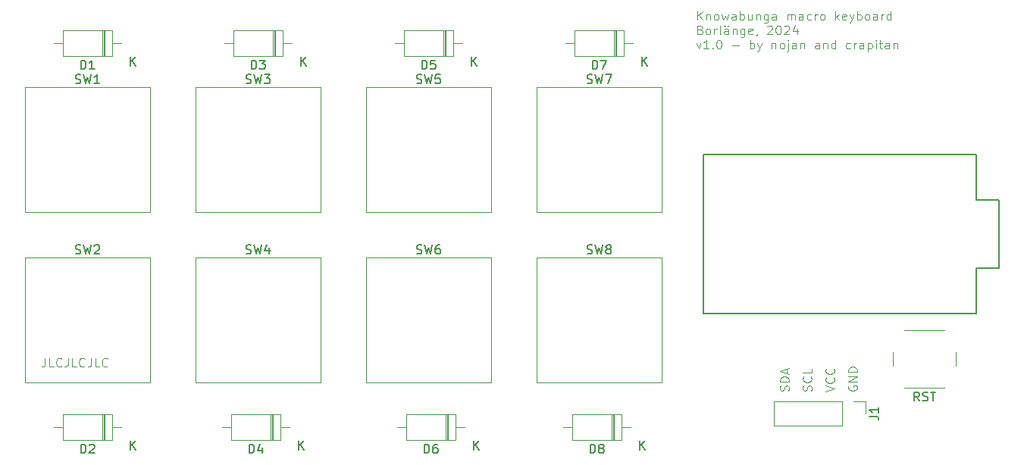
<source format=gbr>
%TF.GenerationSoftware,KiCad,Pcbnew,8.0.5*%
%TF.CreationDate,2024-10-03T21:29:31+02:00*%
%TF.ProjectId,knowabunga-macro,6b6e6f77-6162-4756-9e67-612d6d616372,rev?*%
%TF.SameCoordinates,Original*%
%TF.FileFunction,Legend,Top*%
%TF.FilePolarity,Positive*%
%FSLAX46Y46*%
G04 Gerber Fmt 4.6, Leading zero omitted, Abs format (unit mm)*
G04 Created by KiCad (PCBNEW 8.0.5) date 2024-10-03 21:29:31*
%MOMM*%
%LPD*%
G01*
G04 APERTURE LIST*
%ADD10C,0.100000*%
%ADD11C,0.150000*%
%ADD12C,0.120000*%
G04 APERTURE END LIST*
D10*
X73233598Y-83454419D02*
X73233598Y-84168704D01*
X73233598Y-84168704D02*
X73185979Y-84311561D01*
X73185979Y-84311561D02*
X73090741Y-84406800D01*
X73090741Y-84406800D02*
X72947884Y-84454419D01*
X72947884Y-84454419D02*
X72852646Y-84454419D01*
X74185979Y-84454419D02*
X73709789Y-84454419D01*
X73709789Y-84454419D02*
X73709789Y-83454419D01*
X75090741Y-84359180D02*
X75043122Y-84406800D01*
X75043122Y-84406800D02*
X74900265Y-84454419D01*
X74900265Y-84454419D02*
X74805027Y-84454419D01*
X74805027Y-84454419D02*
X74662170Y-84406800D01*
X74662170Y-84406800D02*
X74566932Y-84311561D01*
X74566932Y-84311561D02*
X74519313Y-84216323D01*
X74519313Y-84216323D02*
X74471694Y-84025847D01*
X74471694Y-84025847D02*
X74471694Y-83882990D01*
X74471694Y-83882990D02*
X74519313Y-83692514D01*
X74519313Y-83692514D02*
X74566932Y-83597276D01*
X74566932Y-83597276D02*
X74662170Y-83502038D01*
X74662170Y-83502038D02*
X74805027Y-83454419D01*
X74805027Y-83454419D02*
X74900265Y-83454419D01*
X74900265Y-83454419D02*
X75043122Y-83502038D01*
X75043122Y-83502038D02*
X75090741Y-83549657D01*
X75805027Y-83454419D02*
X75805027Y-84168704D01*
X75805027Y-84168704D02*
X75757408Y-84311561D01*
X75757408Y-84311561D02*
X75662170Y-84406800D01*
X75662170Y-84406800D02*
X75519313Y-84454419D01*
X75519313Y-84454419D02*
X75424075Y-84454419D01*
X76757408Y-84454419D02*
X76281218Y-84454419D01*
X76281218Y-84454419D02*
X76281218Y-83454419D01*
X77662170Y-84359180D02*
X77614551Y-84406800D01*
X77614551Y-84406800D02*
X77471694Y-84454419D01*
X77471694Y-84454419D02*
X77376456Y-84454419D01*
X77376456Y-84454419D02*
X77233599Y-84406800D01*
X77233599Y-84406800D02*
X77138361Y-84311561D01*
X77138361Y-84311561D02*
X77090742Y-84216323D01*
X77090742Y-84216323D02*
X77043123Y-84025847D01*
X77043123Y-84025847D02*
X77043123Y-83882990D01*
X77043123Y-83882990D02*
X77090742Y-83692514D01*
X77090742Y-83692514D02*
X77138361Y-83597276D01*
X77138361Y-83597276D02*
X77233599Y-83502038D01*
X77233599Y-83502038D02*
X77376456Y-83454419D01*
X77376456Y-83454419D02*
X77471694Y-83454419D01*
X77471694Y-83454419D02*
X77614551Y-83502038D01*
X77614551Y-83502038D02*
X77662170Y-83549657D01*
X78376456Y-83454419D02*
X78376456Y-84168704D01*
X78376456Y-84168704D02*
X78328837Y-84311561D01*
X78328837Y-84311561D02*
X78233599Y-84406800D01*
X78233599Y-84406800D02*
X78090742Y-84454419D01*
X78090742Y-84454419D02*
X77995504Y-84454419D01*
X79328837Y-84454419D02*
X78852647Y-84454419D01*
X78852647Y-84454419D02*
X78852647Y-83454419D01*
X80233599Y-84359180D02*
X80185980Y-84406800D01*
X80185980Y-84406800D02*
X80043123Y-84454419D01*
X80043123Y-84454419D02*
X79947885Y-84454419D01*
X79947885Y-84454419D02*
X79805028Y-84406800D01*
X79805028Y-84406800D02*
X79709790Y-84311561D01*
X79709790Y-84311561D02*
X79662171Y-84216323D01*
X79662171Y-84216323D02*
X79614552Y-84025847D01*
X79614552Y-84025847D02*
X79614552Y-83882990D01*
X79614552Y-83882990D02*
X79662171Y-83692514D01*
X79662171Y-83692514D02*
X79709790Y-83597276D01*
X79709790Y-83597276D02*
X79805028Y-83502038D01*
X79805028Y-83502038D02*
X79947885Y-83454419D01*
X79947885Y-83454419D02*
X80043123Y-83454419D01*
X80043123Y-83454419D02*
X80185980Y-83502038D01*
X80185980Y-83502038D02*
X80233599Y-83549657D01*
X146099884Y-45674531D02*
X146099884Y-44674531D01*
X146671312Y-45674531D02*
X146242741Y-45103102D01*
X146671312Y-44674531D02*
X146099884Y-45245959D01*
X147099884Y-45007864D02*
X147099884Y-45674531D01*
X147099884Y-45103102D02*
X147147503Y-45055483D01*
X147147503Y-45055483D02*
X147242741Y-45007864D01*
X147242741Y-45007864D02*
X147385598Y-45007864D01*
X147385598Y-45007864D02*
X147480836Y-45055483D01*
X147480836Y-45055483D02*
X147528455Y-45150721D01*
X147528455Y-45150721D02*
X147528455Y-45674531D01*
X148147503Y-45674531D02*
X148052265Y-45626912D01*
X148052265Y-45626912D02*
X148004646Y-45579292D01*
X148004646Y-45579292D02*
X147957027Y-45484054D01*
X147957027Y-45484054D02*
X147957027Y-45198340D01*
X147957027Y-45198340D02*
X148004646Y-45103102D01*
X148004646Y-45103102D02*
X148052265Y-45055483D01*
X148052265Y-45055483D02*
X148147503Y-45007864D01*
X148147503Y-45007864D02*
X148290360Y-45007864D01*
X148290360Y-45007864D02*
X148385598Y-45055483D01*
X148385598Y-45055483D02*
X148433217Y-45103102D01*
X148433217Y-45103102D02*
X148480836Y-45198340D01*
X148480836Y-45198340D02*
X148480836Y-45484054D01*
X148480836Y-45484054D02*
X148433217Y-45579292D01*
X148433217Y-45579292D02*
X148385598Y-45626912D01*
X148385598Y-45626912D02*
X148290360Y-45674531D01*
X148290360Y-45674531D02*
X148147503Y-45674531D01*
X148814170Y-45007864D02*
X149004646Y-45674531D01*
X149004646Y-45674531D02*
X149195122Y-45198340D01*
X149195122Y-45198340D02*
X149385598Y-45674531D01*
X149385598Y-45674531D02*
X149576074Y-45007864D01*
X150385598Y-45674531D02*
X150385598Y-45150721D01*
X150385598Y-45150721D02*
X150337979Y-45055483D01*
X150337979Y-45055483D02*
X150242741Y-45007864D01*
X150242741Y-45007864D02*
X150052265Y-45007864D01*
X150052265Y-45007864D02*
X149957027Y-45055483D01*
X150385598Y-45626912D02*
X150290360Y-45674531D01*
X150290360Y-45674531D02*
X150052265Y-45674531D01*
X150052265Y-45674531D02*
X149957027Y-45626912D01*
X149957027Y-45626912D02*
X149909408Y-45531673D01*
X149909408Y-45531673D02*
X149909408Y-45436435D01*
X149909408Y-45436435D02*
X149957027Y-45341197D01*
X149957027Y-45341197D02*
X150052265Y-45293578D01*
X150052265Y-45293578D02*
X150290360Y-45293578D01*
X150290360Y-45293578D02*
X150385598Y-45245959D01*
X150861789Y-45674531D02*
X150861789Y-44674531D01*
X150861789Y-45055483D02*
X150957027Y-45007864D01*
X150957027Y-45007864D02*
X151147503Y-45007864D01*
X151147503Y-45007864D02*
X151242741Y-45055483D01*
X151242741Y-45055483D02*
X151290360Y-45103102D01*
X151290360Y-45103102D02*
X151337979Y-45198340D01*
X151337979Y-45198340D02*
X151337979Y-45484054D01*
X151337979Y-45484054D02*
X151290360Y-45579292D01*
X151290360Y-45579292D02*
X151242741Y-45626912D01*
X151242741Y-45626912D02*
X151147503Y-45674531D01*
X151147503Y-45674531D02*
X150957027Y-45674531D01*
X150957027Y-45674531D02*
X150861789Y-45626912D01*
X152195122Y-45007864D02*
X152195122Y-45674531D01*
X151766551Y-45007864D02*
X151766551Y-45531673D01*
X151766551Y-45531673D02*
X151814170Y-45626912D01*
X151814170Y-45626912D02*
X151909408Y-45674531D01*
X151909408Y-45674531D02*
X152052265Y-45674531D01*
X152052265Y-45674531D02*
X152147503Y-45626912D01*
X152147503Y-45626912D02*
X152195122Y-45579292D01*
X152671313Y-45007864D02*
X152671313Y-45674531D01*
X152671313Y-45103102D02*
X152718932Y-45055483D01*
X152718932Y-45055483D02*
X152814170Y-45007864D01*
X152814170Y-45007864D02*
X152957027Y-45007864D01*
X152957027Y-45007864D02*
X153052265Y-45055483D01*
X153052265Y-45055483D02*
X153099884Y-45150721D01*
X153099884Y-45150721D02*
X153099884Y-45674531D01*
X154004646Y-45007864D02*
X154004646Y-45817388D01*
X154004646Y-45817388D02*
X153957027Y-45912626D01*
X153957027Y-45912626D02*
X153909408Y-45960245D01*
X153909408Y-45960245D02*
X153814170Y-46007864D01*
X153814170Y-46007864D02*
X153671313Y-46007864D01*
X153671313Y-46007864D02*
X153576075Y-45960245D01*
X154004646Y-45626912D02*
X153909408Y-45674531D01*
X153909408Y-45674531D02*
X153718932Y-45674531D01*
X153718932Y-45674531D02*
X153623694Y-45626912D01*
X153623694Y-45626912D02*
X153576075Y-45579292D01*
X153576075Y-45579292D02*
X153528456Y-45484054D01*
X153528456Y-45484054D02*
X153528456Y-45198340D01*
X153528456Y-45198340D02*
X153576075Y-45103102D01*
X153576075Y-45103102D02*
X153623694Y-45055483D01*
X153623694Y-45055483D02*
X153718932Y-45007864D01*
X153718932Y-45007864D02*
X153909408Y-45007864D01*
X153909408Y-45007864D02*
X154004646Y-45055483D01*
X154909408Y-45674531D02*
X154909408Y-45150721D01*
X154909408Y-45150721D02*
X154861789Y-45055483D01*
X154861789Y-45055483D02*
X154766551Y-45007864D01*
X154766551Y-45007864D02*
X154576075Y-45007864D01*
X154576075Y-45007864D02*
X154480837Y-45055483D01*
X154909408Y-45626912D02*
X154814170Y-45674531D01*
X154814170Y-45674531D02*
X154576075Y-45674531D01*
X154576075Y-45674531D02*
X154480837Y-45626912D01*
X154480837Y-45626912D02*
X154433218Y-45531673D01*
X154433218Y-45531673D02*
X154433218Y-45436435D01*
X154433218Y-45436435D02*
X154480837Y-45341197D01*
X154480837Y-45341197D02*
X154576075Y-45293578D01*
X154576075Y-45293578D02*
X154814170Y-45293578D01*
X154814170Y-45293578D02*
X154909408Y-45245959D01*
X156147504Y-45674531D02*
X156147504Y-45007864D01*
X156147504Y-45103102D02*
X156195123Y-45055483D01*
X156195123Y-45055483D02*
X156290361Y-45007864D01*
X156290361Y-45007864D02*
X156433218Y-45007864D01*
X156433218Y-45007864D02*
X156528456Y-45055483D01*
X156528456Y-45055483D02*
X156576075Y-45150721D01*
X156576075Y-45150721D02*
X156576075Y-45674531D01*
X156576075Y-45150721D02*
X156623694Y-45055483D01*
X156623694Y-45055483D02*
X156718932Y-45007864D01*
X156718932Y-45007864D02*
X156861789Y-45007864D01*
X156861789Y-45007864D02*
X156957028Y-45055483D01*
X156957028Y-45055483D02*
X157004647Y-45150721D01*
X157004647Y-45150721D02*
X157004647Y-45674531D01*
X157909408Y-45674531D02*
X157909408Y-45150721D01*
X157909408Y-45150721D02*
X157861789Y-45055483D01*
X157861789Y-45055483D02*
X157766551Y-45007864D01*
X157766551Y-45007864D02*
X157576075Y-45007864D01*
X157576075Y-45007864D02*
X157480837Y-45055483D01*
X157909408Y-45626912D02*
X157814170Y-45674531D01*
X157814170Y-45674531D02*
X157576075Y-45674531D01*
X157576075Y-45674531D02*
X157480837Y-45626912D01*
X157480837Y-45626912D02*
X157433218Y-45531673D01*
X157433218Y-45531673D02*
X157433218Y-45436435D01*
X157433218Y-45436435D02*
X157480837Y-45341197D01*
X157480837Y-45341197D02*
X157576075Y-45293578D01*
X157576075Y-45293578D02*
X157814170Y-45293578D01*
X157814170Y-45293578D02*
X157909408Y-45245959D01*
X158814170Y-45626912D02*
X158718932Y-45674531D01*
X158718932Y-45674531D02*
X158528456Y-45674531D01*
X158528456Y-45674531D02*
X158433218Y-45626912D01*
X158433218Y-45626912D02*
X158385599Y-45579292D01*
X158385599Y-45579292D02*
X158337980Y-45484054D01*
X158337980Y-45484054D02*
X158337980Y-45198340D01*
X158337980Y-45198340D02*
X158385599Y-45103102D01*
X158385599Y-45103102D02*
X158433218Y-45055483D01*
X158433218Y-45055483D02*
X158528456Y-45007864D01*
X158528456Y-45007864D02*
X158718932Y-45007864D01*
X158718932Y-45007864D02*
X158814170Y-45055483D01*
X159242742Y-45674531D02*
X159242742Y-45007864D01*
X159242742Y-45198340D02*
X159290361Y-45103102D01*
X159290361Y-45103102D02*
X159337980Y-45055483D01*
X159337980Y-45055483D02*
X159433218Y-45007864D01*
X159433218Y-45007864D02*
X159528456Y-45007864D01*
X160004647Y-45674531D02*
X159909409Y-45626912D01*
X159909409Y-45626912D02*
X159861790Y-45579292D01*
X159861790Y-45579292D02*
X159814171Y-45484054D01*
X159814171Y-45484054D02*
X159814171Y-45198340D01*
X159814171Y-45198340D02*
X159861790Y-45103102D01*
X159861790Y-45103102D02*
X159909409Y-45055483D01*
X159909409Y-45055483D02*
X160004647Y-45007864D01*
X160004647Y-45007864D02*
X160147504Y-45007864D01*
X160147504Y-45007864D02*
X160242742Y-45055483D01*
X160242742Y-45055483D02*
X160290361Y-45103102D01*
X160290361Y-45103102D02*
X160337980Y-45198340D01*
X160337980Y-45198340D02*
X160337980Y-45484054D01*
X160337980Y-45484054D02*
X160290361Y-45579292D01*
X160290361Y-45579292D02*
X160242742Y-45626912D01*
X160242742Y-45626912D02*
X160147504Y-45674531D01*
X160147504Y-45674531D02*
X160004647Y-45674531D01*
X161528457Y-45674531D02*
X161528457Y-44674531D01*
X161623695Y-45293578D02*
X161909409Y-45674531D01*
X161909409Y-45007864D02*
X161528457Y-45388816D01*
X162718933Y-45626912D02*
X162623695Y-45674531D01*
X162623695Y-45674531D02*
X162433219Y-45674531D01*
X162433219Y-45674531D02*
X162337981Y-45626912D01*
X162337981Y-45626912D02*
X162290362Y-45531673D01*
X162290362Y-45531673D02*
X162290362Y-45150721D01*
X162290362Y-45150721D02*
X162337981Y-45055483D01*
X162337981Y-45055483D02*
X162433219Y-45007864D01*
X162433219Y-45007864D02*
X162623695Y-45007864D01*
X162623695Y-45007864D02*
X162718933Y-45055483D01*
X162718933Y-45055483D02*
X162766552Y-45150721D01*
X162766552Y-45150721D02*
X162766552Y-45245959D01*
X162766552Y-45245959D02*
X162290362Y-45341197D01*
X163099886Y-45007864D02*
X163337981Y-45674531D01*
X163576076Y-45007864D02*
X163337981Y-45674531D01*
X163337981Y-45674531D02*
X163242743Y-45912626D01*
X163242743Y-45912626D02*
X163195124Y-45960245D01*
X163195124Y-45960245D02*
X163099886Y-46007864D01*
X163957029Y-45674531D02*
X163957029Y-44674531D01*
X163957029Y-45055483D02*
X164052267Y-45007864D01*
X164052267Y-45007864D02*
X164242743Y-45007864D01*
X164242743Y-45007864D02*
X164337981Y-45055483D01*
X164337981Y-45055483D02*
X164385600Y-45103102D01*
X164385600Y-45103102D02*
X164433219Y-45198340D01*
X164433219Y-45198340D02*
X164433219Y-45484054D01*
X164433219Y-45484054D02*
X164385600Y-45579292D01*
X164385600Y-45579292D02*
X164337981Y-45626912D01*
X164337981Y-45626912D02*
X164242743Y-45674531D01*
X164242743Y-45674531D02*
X164052267Y-45674531D01*
X164052267Y-45674531D02*
X163957029Y-45626912D01*
X165004648Y-45674531D02*
X164909410Y-45626912D01*
X164909410Y-45626912D02*
X164861791Y-45579292D01*
X164861791Y-45579292D02*
X164814172Y-45484054D01*
X164814172Y-45484054D02*
X164814172Y-45198340D01*
X164814172Y-45198340D02*
X164861791Y-45103102D01*
X164861791Y-45103102D02*
X164909410Y-45055483D01*
X164909410Y-45055483D02*
X165004648Y-45007864D01*
X165004648Y-45007864D02*
X165147505Y-45007864D01*
X165147505Y-45007864D02*
X165242743Y-45055483D01*
X165242743Y-45055483D02*
X165290362Y-45103102D01*
X165290362Y-45103102D02*
X165337981Y-45198340D01*
X165337981Y-45198340D02*
X165337981Y-45484054D01*
X165337981Y-45484054D02*
X165290362Y-45579292D01*
X165290362Y-45579292D02*
X165242743Y-45626912D01*
X165242743Y-45626912D02*
X165147505Y-45674531D01*
X165147505Y-45674531D02*
X165004648Y-45674531D01*
X166195124Y-45674531D02*
X166195124Y-45150721D01*
X166195124Y-45150721D02*
X166147505Y-45055483D01*
X166147505Y-45055483D02*
X166052267Y-45007864D01*
X166052267Y-45007864D02*
X165861791Y-45007864D01*
X165861791Y-45007864D02*
X165766553Y-45055483D01*
X166195124Y-45626912D02*
X166099886Y-45674531D01*
X166099886Y-45674531D02*
X165861791Y-45674531D01*
X165861791Y-45674531D02*
X165766553Y-45626912D01*
X165766553Y-45626912D02*
X165718934Y-45531673D01*
X165718934Y-45531673D02*
X165718934Y-45436435D01*
X165718934Y-45436435D02*
X165766553Y-45341197D01*
X165766553Y-45341197D02*
X165861791Y-45293578D01*
X165861791Y-45293578D02*
X166099886Y-45293578D01*
X166099886Y-45293578D02*
X166195124Y-45245959D01*
X166671315Y-45674531D02*
X166671315Y-45007864D01*
X166671315Y-45198340D02*
X166718934Y-45103102D01*
X166718934Y-45103102D02*
X166766553Y-45055483D01*
X166766553Y-45055483D02*
X166861791Y-45007864D01*
X166861791Y-45007864D02*
X166957029Y-45007864D01*
X167718934Y-45674531D02*
X167718934Y-44674531D01*
X167718934Y-45626912D02*
X167623696Y-45674531D01*
X167623696Y-45674531D02*
X167433220Y-45674531D01*
X167433220Y-45674531D02*
X167337982Y-45626912D01*
X167337982Y-45626912D02*
X167290363Y-45579292D01*
X167290363Y-45579292D02*
X167242744Y-45484054D01*
X167242744Y-45484054D02*
X167242744Y-45198340D01*
X167242744Y-45198340D02*
X167290363Y-45103102D01*
X167290363Y-45103102D02*
X167337982Y-45055483D01*
X167337982Y-45055483D02*
X167433220Y-45007864D01*
X167433220Y-45007864D02*
X167623696Y-45007864D01*
X167623696Y-45007864D02*
X167718934Y-45055483D01*
X146433217Y-46760665D02*
X146576074Y-46808284D01*
X146576074Y-46808284D02*
X146623693Y-46855903D01*
X146623693Y-46855903D02*
X146671312Y-46951141D01*
X146671312Y-46951141D02*
X146671312Y-47093998D01*
X146671312Y-47093998D02*
X146623693Y-47189236D01*
X146623693Y-47189236D02*
X146576074Y-47236856D01*
X146576074Y-47236856D02*
X146480836Y-47284475D01*
X146480836Y-47284475D02*
X146099884Y-47284475D01*
X146099884Y-47284475D02*
X146099884Y-46284475D01*
X146099884Y-46284475D02*
X146433217Y-46284475D01*
X146433217Y-46284475D02*
X146528455Y-46332094D01*
X146528455Y-46332094D02*
X146576074Y-46379713D01*
X146576074Y-46379713D02*
X146623693Y-46474951D01*
X146623693Y-46474951D02*
X146623693Y-46570189D01*
X146623693Y-46570189D02*
X146576074Y-46665427D01*
X146576074Y-46665427D02*
X146528455Y-46713046D01*
X146528455Y-46713046D02*
X146433217Y-46760665D01*
X146433217Y-46760665D02*
X146099884Y-46760665D01*
X147242741Y-47284475D02*
X147147503Y-47236856D01*
X147147503Y-47236856D02*
X147099884Y-47189236D01*
X147099884Y-47189236D02*
X147052265Y-47093998D01*
X147052265Y-47093998D02*
X147052265Y-46808284D01*
X147052265Y-46808284D02*
X147099884Y-46713046D01*
X147099884Y-46713046D02*
X147147503Y-46665427D01*
X147147503Y-46665427D02*
X147242741Y-46617808D01*
X147242741Y-46617808D02*
X147385598Y-46617808D01*
X147385598Y-46617808D02*
X147480836Y-46665427D01*
X147480836Y-46665427D02*
X147528455Y-46713046D01*
X147528455Y-46713046D02*
X147576074Y-46808284D01*
X147576074Y-46808284D02*
X147576074Y-47093998D01*
X147576074Y-47093998D02*
X147528455Y-47189236D01*
X147528455Y-47189236D02*
X147480836Y-47236856D01*
X147480836Y-47236856D02*
X147385598Y-47284475D01*
X147385598Y-47284475D02*
X147242741Y-47284475D01*
X148004646Y-47284475D02*
X148004646Y-46617808D01*
X148004646Y-46808284D02*
X148052265Y-46713046D01*
X148052265Y-46713046D02*
X148099884Y-46665427D01*
X148099884Y-46665427D02*
X148195122Y-46617808D01*
X148195122Y-46617808D02*
X148290360Y-46617808D01*
X148766551Y-47284475D02*
X148671313Y-47236856D01*
X148671313Y-47236856D02*
X148623694Y-47141617D01*
X148623694Y-47141617D02*
X148623694Y-46284475D01*
X149576075Y-47284475D02*
X149576075Y-46760665D01*
X149576075Y-46760665D02*
X149528456Y-46665427D01*
X149528456Y-46665427D02*
X149433218Y-46617808D01*
X149433218Y-46617808D02*
X149242742Y-46617808D01*
X149242742Y-46617808D02*
X149147504Y-46665427D01*
X149576075Y-47236856D02*
X149480837Y-47284475D01*
X149480837Y-47284475D02*
X149242742Y-47284475D01*
X149242742Y-47284475D02*
X149147504Y-47236856D01*
X149147504Y-47236856D02*
X149099885Y-47141617D01*
X149099885Y-47141617D02*
X149099885Y-47046379D01*
X149099885Y-47046379D02*
X149147504Y-46951141D01*
X149147504Y-46951141D02*
X149242742Y-46903522D01*
X149242742Y-46903522D02*
X149480837Y-46903522D01*
X149480837Y-46903522D02*
X149576075Y-46855903D01*
X149147504Y-46284475D02*
X149195123Y-46332094D01*
X149195123Y-46332094D02*
X149147504Y-46379713D01*
X149147504Y-46379713D02*
X149099885Y-46332094D01*
X149099885Y-46332094D02*
X149147504Y-46284475D01*
X149147504Y-46284475D02*
X149147504Y-46379713D01*
X149528456Y-46284475D02*
X149576075Y-46332094D01*
X149576075Y-46332094D02*
X149528456Y-46379713D01*
X149528456Y-46379713D02*
X149480837Y-46332094D01*
X149480837Y-46332094D02*
X149528456Y-46284475D01*
X149528456Y-46284475D02*
X149528456Y-46379713D01*
X150052266Y-46617808D02*
X150052266Y-47284475D01*
X150052266Y-46713046D02*
X150099885Y-46665427D01*
X150099885Y-46665427D02*
X150195123Y-46617808D01*
X150195123Y-46617808D02*
X150337980Y-46617808D01*
X150337980Y-46617808D02*
X150433218Y-46665427D01*
X150433218Y-46665427D02*
X150480837Y-46760665D01*
X150480837Y-46760665D02*
X150480837Y-47284475D01*
X151385599Y-46617808D02*
X151385599Y-47427332D01*
X151385599Y-47427332D02*
X151337980Y-47522570D01*
X151337980Y-47522570D02*
X151290361Y-47570189D01*
X151290361Y-47570189D02*
X151195123Y-47617808D01*
X151195123Y-47617808D02*
X151052266Y-47617808D01*
X151052266Y-47617808D02*
X150957028Y-47570189D01*
X151385599Y-47236856D02*
X151290361Y-47284475D01*
X151290361Y-47284475D02*
X151099885Y-47284475D01*
X151099885Y-47284475D02*
X151004647Y-47236856D01*
X151004647Y-47236856D02*
X150957028Y-47189236D01*
X150957028Y-47189236D02*
X150909409Y-47093998D01*
X150909409Y-47093998D02*
X150909409Y-46808284D01*
X150909409Y-46808284D02*
X150957028Y-46713046D01*
X150957028Y-46713046D02*
X151004647Y-46665427D01*
X151004647Y-46665427D02*
X151099885Y-46617808D01*
X151099885Y-46617808D02*
X151290361Y-46617808D01*
X151290361Y-46617808D02*
X151385599Y-46665427D01*
X152242742Y-47236856D02*
X152147504Y-47284475D01*
X152147504Y-47284475D02*
X151957028Y-47284475D01*
X151957028Y-47284475D02*
X151861790Y-47236856D01*
X151861790Y-47236856D02*
X151814171Y-47141617D01*
X151814171Y-47141617D02*
X151814171Y-46760665D01*
X151814171Y-46760665D02*
X151861790Y-46665427D01*
X151861790Y-46665427D02*
X151957028Y-46617808D01*
X151957028Y-46617808D02*
X152147504Y-46617808D01*
X152147504Y-46617808D02*
X152242742Y-46665427D01*
X152242742Y-46665427D02*
X152290361Y-46760665D01*
X152290361Y-46760665D02*
X152290361Y-46855903D01*
X152290361Y-46855903D02*
X151814171Y-46951141D01*
X152766552Y-47236856D02*
X152766552Y-47284475D01*
X152766552Y-47284475D02*
X152718933Y-47379713D01*
X152718933Y-47379713D02*
X152671314Y-47427332D01*
X153909409Y-46379713D02*
X153957028Y-46332094D01*
X153957028Y-46332094D02*
X154052266Y-46284475D01*
X154052266Y-46284475D02*
X154290361Y-46284475D01*
X154290361Y-46284475D02*
X154385599Y-46332094D01*
X154385599Y-46332094D02*
X154433218Y-46379713D01*
X154433218Y-46379713D02*
X154480837Y-46474951D01*
X154480837Y-46474951D02*
X154480837Y-46570189D01*
X154480837Y-46570189D02*
X154433218Y-46713046D01*
X154433218Y-46713046D02*
X153861790Y-47284475D01*
X153861790Y-47284475D02*
X154480837Y-47284475D01*
X155099885Y-46284475D02*
X155195123Y-46284475D01*
X155195123Y-46284475D02*
X155290361Y-46332094D01*
X155290361Y-46332094D02*
X155337980Y-46379713D01*
X155337980Y-46379713D02*
X155385599Y-46474951D01*
X155385599Y-46474951D02*
X155433218Y-46665427D01*
X155433218Y-46665427D02*
X155433218Y-46903522D01*
X155433218Y-46903522D02*
X155385599Y-47093998D01*
X155385599Y-47093998D02*
X155337980Y-47189236D01*
X155337980Y-47189236D02*
X155290361Y-47236856D01*
X155290361Y-47236856D02*
X155195123Y-47284475D01*
X155195123Y-47284475D02*
X155099885Y-47284475D01*
X155099885Y-47284475D02*
X155004647Y-47236856D01*
X155004647Y-47236856D02*
X154957028Y-47189236D01*
X154957028Y-47189236D02*
X154909409Y-47093998D01*
X154909409Y-47093998D02*
X154861790Y-46903522D01*
X154861790Y-46903522D02*
X154861790Y-46665427D01*
X154861790Y-46665427D02*
X154909409Y-46474951D01*
X154909409Y-46474951D02*
X154957028Y-46379713D01*
X154957028Y-46379713D02*
X155004647Y-46332094D01*
X155004647Y-46332094D02*
X155099885Y-46284475D01*
X155814171Y-46379713D02*
X155861790Y-46332094D01*
X155861790Y-46332094D02*
X155957028Y-46284475D01*
X155957028Y-46284475D02*
X156195123Y-46284475D01*
X156195123Y-46284475D02*
X156290361Y-46332094D01*
X156290361Y-46332094D02*
X156337980Y-46379713D01*
X156337980Y-46379713D02*
X156385599Y-46474951D01*
X156385599Y-46474951D02*
X156385599Y-46570189D01*
X156385599Y-46570189D02*
X156337980Y-46713046D01*
X156337980Y-46713046D02*
X155766552Y-47284475D01*
X155766552Y-47284475D02*
X156385599Y-47284475D01*
X157242742Y-46617808D02*
X157242742Y-47284475D01*
X157004647Y-46236856D02*
X156766552Y-46951141D01*
X156766552Y-46951141D02*
X157385599Y-46951141D01*
X146004646Y-48227752D02*
X146242741Y-48894419D01*
X146242741Y-48894419D02*
X146480836Y-48227752D01*
X147385598Y-48894419D02*
X146814170Y-48894419D01*
X147099884Y-48894419D02*
X147099884Y-47894419D01*
X147099884Y-47894419D02*
X147004646Y-48037276D01*
X147004646Y-48037276D02*
X146909408Y-48132514D01*
X146909408Y-48132514D02*
X146814170Y-48180133D01*
X147814170Y-48799180D02*
X147861789Y-48846800D01*
X147861789Y-48846800D02*
X147814170Y-48894419D01*
X147814170Y-48894419D02*
X147766551Y-48846800D01*
X147766551Y-48846800D02*
X147814170Y-48799180D01*
X147814170Y-48799180D02*
X147814170Y-48894419D01*
X148480836Y-47894419D02*
X148576074Y-47894419D01*
X148576074Y-47894419D02*
X148671312Y-47942038D01*
X148671312Y-47942038D02*
X148718931Y-47989657D01*
X148718931Y-47989657D02*
X148766550Y-48084895D01*
X148766550Y-48084895D02*
X148814169Y-48275371D01*
X148814169Y-48275371D02*
X148814169Y-48513466D01*
X148814169Y-48513466D02*
X148766550Y-48703942D01*
X148766550Y-48703942D02*
X148718931Y-48799180D01*
X148718931Y-48799180D02*
X148671312Y-48846800D01*
X148671312Y-48846800D02*
X148576074Y-48894419D01*
X148576074Y-48894419D02*
X148480836Y-48894419D01*
X148480836Y-48894419D02*
X148385598Y-48846800D01*
X148385598Y-48846800D02*
X148337979Y-48799180D01*
X148337979Y-48799180D02*
X148290360Y-48703942D01*
X148290360Y-48703942D02*
X148242741Y-48513466D01*
X148242741Y-48513466D02*
X148242741Y-48275371D01*
X148242741Y-48275371D02*
X148290360Y-48084895D01*
X148290360Y-48084895D02*
X148337979Y-47989657D01*
X148337979Y-47989657D02*
X148385598Y-47942038D01*
X148385598Y-47942038D02*
X148480836Y-47894419D01*
X150004646Y-48513466D02*
X150766551Y-48513466D01*
X152004646Y-48894419D02*
X152004646Y-47894419D01*
X152004646Y-48275371D02*
X152099884Y-48227752D01*
X152099884Y-48227752D02*
X152290360Y-48227752D01*
X152290360Y-48227752D02*
X152385598Y-48275371D01*
X152385598Y-48275371D02*
X152433217Y-48322990D01*
X152433217Y-48322990D02*
X152480836Y-48418228D01*
X152480836Y-48418228D02*
X152480836Y-48703942D01*
X152480836Y-48703942D02*
X152433217Y-48799180D01*
X152433217Y-48799180D02*
X152385598Y-48846800D01*
X152385598Y-48846800D02*
X152290360Y-48894419D01*
X152290360Y-48894419D02*
X152099884Y-48894419D01*
X152099884Y-48894419D02*
X152004646Y-48846800D01*
X152814170Y-48227752D02*
X153052265Y-48894419D01*
X153290360Y-48227752D02*
X153052265Y-48894419D01*
X153052265Y-48894419D02*
X152957027Y-49132514D01*
X152957027Y-49132514D02*
X152909408Y-49180133D01*
X152909408Y-49180133D02*
X152814170Y-49227752D01*
X154433218Y-48227752D02*
X154433218Y-48894419D01*
X154433218Y-48322990D02*
X154480837Y-48275371D01*
X154480837Y-48275371D02*
X154576075Y-48227752D01*
X154576075Y-48227752D02*
X154718932Y-48227752D01*
X154718932Y-48227752D02*
X154814170Y-48275371D01*
X154814170Y-48275371D02*
X154861789Y-48370609D01*
X154861789Y-48370609D02*
X154861789Y-48894419D01*
X155480837Y-48894419D02*
X155385599Y-48846800D01*
X155385599Y-48846800D02*
X155337980Y-48799180D01*
X155337980Y-48799180D02*
X155290361Y-48703942D01*
X155290361Y-48703942D02*
X155290361Y-48418228D01*
X155290361Y-48418228D02*
X155337980Y-48322990D01*
X155337980Y-48322990D02*
X155385599Y-48275371D01*
X155385599Y-48275371D02*
X155480837Y-48227752D01*
X155480837Y-48227752D02*
X155623694Y-48227752D01*
X155623694Y-48227752D02*
X155718932Y-48275371D01*
X155718932Y-48275371D02*
X155766551Y-48322990D01*
X155766551Y-48322990D02*
X155814170Y-48418228D01*
X155814170Y-48418228D02*
X155814170Y-48703942D01*
X155814170Y-48703942D02*
X155766551Y-48799180D01*
X155766551Y-48799180D02*
X155718932Y-48846800D01*
X155718932Y-48846800D02*
X155623694Y-48894419D01*
X155623694Y-48894419D02*
X155480837Y-48894419D01*
X156242742Y-48227752D02*
X156242742Y-49084895D01*
X156242742Y-49084895D02*
X156195123Y-49180133D01*
X156195123Y-49180133D02*
X156099885Y-49227752D01*
X156099885Y-49227752D02*
X156052266Y-49227752D01*
X156242742Y-47894419D02*
X156195123Y-47942038D01*
X156195123Y-47942038D02*
X156242742Y-47989657D01*
X156242742Y-47989657D02*
X156290361Y-47942038D01*
X156290361Y-47942038D02*
X156242742Y-47894419D01*
X156242742Y-47894419D02*
X156242742Y-47989657D01*
X157147503Y-48894419D02*
X157147503Y-48370609D01*
X157147503Y-48370609D02*
X157099884Y-48275371D01*
X157099884Y-48275371D02*
X157004646Y-48227752D01*
X157004646Y-48227752D02*
X156814170Y-48227752D01*
X156814170Y-48227752D02*
X156718932Y-48275371D01*
X157147503Y-48846800D02*
X157052265Y-48894419D01*
X157052265Y-48894419D02*
X156814170Y-48894419D01*
X156814170Y-48894419D02*
X156718932Y-48846800D01*
X156718932Y-48846800D02*
X156671313Y-48751561D01*
X156671313Y-48751561D02*
X156671313Y-48656323D01*
X156671313Y-48656323D02*
X156718932Y-48561085D01*
X156718932Y-48561085D02*
X156814170Y-48513466D01*
X156814170Y-48513466D02*
X157052265Y-48513466D01*
X157052265Y-48513466D02*
X157147503Y-48465847D01*
X157623694Y-48227752D02*
X157623694Y-48894419D01*
X157623694Y-48322990D02*
X157671313Y-48275371D01*
X157671313Y-48275371D02*
X157766551Y-48227752D01*
X157766551Y-48227752D02*
X157909408Y-48227752D01*
X157909408Y-48227752D02*
X158004646Y-48275371D01*
X158004646Y-48275371D02*
X158052265Y-48370609D01*
X158052265Y-48370609D02*
X158052265Y-48894419D01*
X159718932Y-48894419D02*
X159718932Y-48370609D01*
X159718932Y-48370609D02*
X159671313Y-48275371D01*
X159671313Y-48275371D02*
X159576075Y-48227752D01*
X159576075Y-48227752D02*
X159385599Y-48227752D01*
X159385599Y-48227752D02*
X159290361Y-48275371D01*
X159718932Y-48846800D02*
X159623694Y-48894419D01*
X159623694Y-48894419D02*
X159385599Y-48894419D01*
X159385599Y-48894419D02*
X159290361Y-48846800D01*
X159290361Y-48846800D02*
X159242742Y-48751561D01*
X159242742Y-48751561D02*
X159242742Y-48656323D01*
X159242742Y-48656323D02*
X159290361Y-48561085D01*
X159290361Y-48561085D02*
X159385599Y-48513466D01*
X159385599Y-48513466D02*
X159623694Y-48513466D01*
X159623694Y-48513466D02*
X159718932Y-48465847D01*
X160195123Y-48227752D02*
X160195123Y-48894419D01*
X160195123Y-48322990D02*
X160242742Y-48275371D01*
X160242742Y-48275371D02*
X160337980Y-48227752D01*
X160337980Y-48227752D02*
X160480837Y-48227752D01*
X160480837Y-48227752D02*
X160576075Y-48275371D01*
X160576075Y-48275371D02*
X160623694Y-48370609D01*
X160623694Y-48370609D02*
X160623694Y-48894419D01*
X161528456Y-48894419D02*
X161528456Y-47894419D01*
X161528456Y-48846800D02*
X161433218Y-48894419D01*
X161433218Y-48894419D02*
X161242742Y-48894419D01*
X161242742Y-48894419D02*
X161147504Y-48846800D01*
X161147504Y-48846800D02*
X161099885Y-48799180D01*
X161099885Y-48799180D02*
X161052266Y-48703942D01*
X161052266Y-48703942D02*
X161052266Y-48418228D01*
X161052266Y-48418228D02*
X161099885Y-48322990D01*
X161099885Y-48322990D02*
X161147504Y-48275371D01*
X161147504Y-48275371D02*
X161242742Y-48227752D01*
X161242742Y-48227752D02*
X161433218Y-48227752D01*
X161433218Y-48227752D02*
X161528456Y-48275371D01*
X163195123Y-48846800D02*
X163099885Y-48894419D01*
X163099885Y-48894419D02*
X162909409Y-48894419D01*
X162909409Y-48894419D02*
X162814171Y-48846800D01*
X162814171Y-48846800D02*
X162766552Y-48799180D01*
X162766552Y-48799180D02*
X162718933Y-48703942D01*
X162718933Y-48703942D02*
X162718933Y-48418228D01*
X162718933Y-48418228D02*
X162766552Y-48322990D01*
X162766552Y-48322990D02*
X162814171Y-48275371D01*
X162814171Y-48275371D02*
X162909409Y-48227752D01*
X162909409Y-48227752D02*
X163099885Y-48227752D01*
X163099885Y-48227752D02*
X163195123Y-48275371D01*
X163623695Y-48894419D02*
X163623695Y-48227752D01*
X163623695Y-48418228D02*
X163671314Y-48322990D01*
X163671314Y-48322990D02*
X163718933Y-48275371D01*
X163718933Y-48275371D02*
X163814171Y-48227752D01*
X163814171Y-48227752D02*
X163909409Y-48227752D01*
X164671314Y-48894419D02*
X164671314Y-48370609D01*
X164671314Y-48370609D02*
X164623695Y-48275371D01*
X164623695Y-48275371D02*
X164528457Y-48227752D01*
X164528457Y-48227752D02*
X164337981Y-48227752D01*
X164337981Y-48227752D02*
X164242743Y-48275371D01*
X164671314Y-48846800D02*
X164576076Y-48894419D01*
X164576076Y-48894419D02*
X164337981Y-48894419D01*
X164337981Y-48894419D02*
X164242743Y-48846800D01*
X164242743Y-48846800D02*
X164195124Y-48751561D01*
X164195124Y-48751561D02*
X164195124Y-48656323D01*
X164195124Y-48656323D02*
X164242743Y-48561085D01*
X164242743Y-48561085D02*
X164337981Y-48513466D01*
X164337981Y-48513466D02*
X164576076Y-48513466D01*
X164576076Y-48513466D02*
X164671314Y-48465847D01*
X165147505Y-48227752D02*
X165147505Y-49227752D01*
X165147505Y-48275371D02*
X165242743Y-48227752D01*
X165242743Y-48227752D02*
X165433219Y-48227752D01*
X165433219Y-48227752D02*
X165528457Y-48275371D01*
X165528457Y-48275371D02*
X165576076Y-48322990D01*
X165576076Y-48322990D02*
X165623695Y-48418228D01*
X165623695Y-48418228D02*
X165623695Y-48703942D01*
X165623695Y-48703942D02*
X165576076Y-48799180D01*
X165576076Y-48799180D02*
X165528457Y-48846800D01*
X165528457Y-48846800D02*
X165433219Y-48894419D01*
X165433219Y-48894419D02*
X165242743Y-48894419D01*
X165242743Y-48894419D02*
X165147505Y-48846800D01*
X166052267Y-48894419D02*
X166052267Y-48227752D01*
X166052267Y-47894419D02*
X166004648Y-47942038D01*
X166004648Y-47942038D02*
X166052267Y-47989657D01*
X166052267Y-47989657D02*
X166099886Y-47942038D01*
X166099886Y-47942038D02*
X166052267Y-47894419D01*
X166052267Y-47894419D02*
X166052267Y-47989657D01*
X166385600Y-48227752D02*
X166766552Y-48227752D01*
X166528457Y-47894419D02*
X166528457Y-48751561D01*
X166528457Y-48751561D02*
X166576076Y-48846800D01*
X166576076Y-48846800D02*
X166671314Y-48894419D01*
X166671314Y-48894419D02*
X166766552Y-48894419D01*
X167528457Y-48894419D02*
X167528457Y-48370609D01*
X167528457Y-48370609D02*
X167480838Y-48275371D01*
X167480838Y-48275371D02*
X167385600Y-48227752D01*
X167385600Y-48227752D02*
X167195124Y-48227752D01*
X167195124Y-48227752D02*
X167099886Y-48275371D01*
X167528457Y-48846800D02*
X167433219Y-48894419D01*
X167433219Y-48894419D02*
X167195124Y-48894419D01*
X167195124Y-48894419D02*
X167099886Y-48846800D01*
X167099886Y-48846800D02*
X167052267Y-48751561D01*
X167052267Y-48751561D02*
X167052267Y-48656323D01*
X167052267Y-48656323D02*
X167099886Y-48561085D01*
X167099886Y-48561085D02*
X167195124Y-48513466D01*
X167195124Y-48513466D02*
X167433219Y-48513466D01*
X167433219Y-48513466D02*
X167528457Y-48465847D01*
X168004648Y-48227752D02*
X168004648Y-48894419D01*
X168004648Y-48322990D02*
X168052267Y-48275371D01*
X168052267Y-48275371D02*
X168147505Y-48227752D01*
X168147505Y-48227752D02*
X168290362Y-48227752D01*
X168290362Y-48227752D02*
X168385600Y-48275371D01*
X168385600Y-48275371D02*
X168433219Y-48370609D01*
X168433219Y-48370609D02*
X168433219Y-48894419D01*
X163004038Y-86548306D02*
X162956419Y-86643544D01*
X162956419Y-86643544D02*
X162956419Y-86786401D01*
X162956419Y-86786401D02*
X163004038Y-86929258D01*
X163004038Y-86929258D02*
X163099276Y-87024496D01*
X163099276Y-87024496D02*
X163194514Y-87072115D01*
X163194514Y-87072115D02*
X163384990Y-87119734D01*
X163384990Y-87119734D02*
X163527847Y-87119734D01*
X163527847Y-87119734D02*
X163718323Y-87072115D01*
X163718323Y-87072115D02*
X163813561Y-87024496D01*
X163813561Y-87024496D02*
X163908800Y-86929258D01*
X163908800Y-86929258D02*
X163956419Y-86786401D01*
X163956419Y-86786401D02*
X163956419Y-86691163D01*
X163956419Y-86691163D02*
X163908800Y-86548306D01*
X163908800Y-86548306D02*
X163861180Y-86500687D01*
X163861180Y-86500687D02*
X163527847Y-86500687D01*
X163527847Y-86500687D02*
X163527847Y-86691163D01*
X163956419Y-86072115D02*
X162956419Y-86072115D01*
X162956419Y-86072115D02*
X163956419Y-85500687D01*
X163956419Y-85500687D02*
X162956419Y-85500687D01*
X163956419Y-85024496D02*
X162956419Y-85024496D01*
X162956419Y-85024496D02*
X162956419Y-84786401D01*
X162956419Y-84786401D02*
X163004038Y-84643544D01*
X163004038Y-84643544D02*
X163099276Y-84548306D01*
X163099276Y-84548306D02*
X163194514Y-84500687D01*
X163194514Y-84500687D02*
X163384990Y-84453068D01*
X163384990Y-84453068D02*
X163527847Y-84453068D01*
X163527847Y-84453068D02*
X163718323Y-84500687D01*
X163718323Y-84500687D02*
X163813561Y-84548306D01*
X163813561Y-84548306D02*
X163908800Y-84643544D01*
X163908800Y-84643544D02*
X163956419Y-84786401D01*
X163956419Y-84786401D02*
X163956419Y-85024496D01*
X160416419Y-87214972D02*
X161416419Y-86881639D01*
X161416419Y-86881639D02*
X160416419Y-86548306D01*
X161321180Y-85643544D02*
X161368800Y-85691163D01*
X161368800Y-85691163D02*
X161416419Y-85834020D01*
X161416419Y-85834020D02*
X161416419Y-85929258D01*
X161416419Y-85929258D02*
X161368800Y-86072115D01*
X161368800Y-86072115D02*
X161273561Y-86167353D01*
X161273561Y-86167353D02*
X161178323Y-86214972D01*
X161178323Y-86214972D02*
X160987847Y-86262591D01*
X160987847Y-86262591D02*
X160844990Y-86262591D01*
X160844990Y-86262591D02*
X160654514Y-86214972D01*
X160654514Y-86214972D02*
X160559276Y-86167353D01*
X160559276Y-86167353D02*
X160464038Y-86072115D01*
X160464038Y-86072115D02*
X160416419Y-85929258D01*
X160416419Y-85929258D02*
X160416419Y-85834020D01*
X160416419Y-85834020D02*
X160464038Y-85691163D01*
X160464038Y-85691163D02*
X160511657Y-85643544D01*
X161321180Y-84643544D02*
X161368800Y-84691163D01*
X161368800Y-84691163D02*
X161416419Y-84834020D01*
X161416419Y-84834020D02*
X161416419Y-84929258D01*
X161416419Y-84929258D02*
X161368800Y-85072115D01*
X161368800Y-85072115D02*
X161273561Y-85167353D01*
X161273561Y-85167353D02*
X161178323Y-85214972D01*
X161178323Y-85214972D02*
X160987847Y-85262591D01*
X160987847Y-85262591D02*
X160844990Y-85262591D01*
X160844990Y-85262591D02*
X160654514Y-85214972D01*
X160654514Y-85214972D02*
X160559276Y-85167353D01*
X160559276Y-85167353D02*
X160464038Y-85072115D01*
X160464038Y-85072115D02*
X160416419Y-84929258D01*
X160416419Y-84929258D02*
X160416419Y-84834020D01*
X160416419Y-84834020D02*
X160464038Y-84691163D01*
X160464038Y-84691163D02*
X160511657Y-84643544D01*
X158828800Y-87119734D02*
X158876419Y-86976877D01*
X158876419Y-86976877D02*
X158876419Y-86738782D01*
X158876419Y-86738782D02*
X158828800Y-86643544D01*
X158828800Y-86643544D02*
X158781180Y-86595925D01*
X158781180Y-86595925D02*
X158685942Y-86548306D01*
X158685942Y-86548306D02*
X158590704Y-86548306D01*
X158590704Y-86548306D02*
X158495466Y-86595925D01*
X158495466Y-86595925D02*
X158447847Y-86643544D01*
X158447847Y-86643544D02*
X158400228Y-86738782D01*
X158400228Y-86738782D02*
X158352609Y-86929258D01*
X158352609Y-86929258D02*
X158304990Y-87024496D01*
X158304990Y-87024496D02*
X158257371Y-87072115D01*
X158257371Y-87072115D02*
X158162133Y-87119734D01*
X158162133Y-87119734D02*
X158066895Y-87119734D01*
X158066895Y-87119734D02*
X157971657Y-87072115D01*
X157971657Y-87072115D02*
X157924038Y-87024496D01*
X157924038Y-87024496D02*
X157876419Y-86929258D01*
X157876419Y-86929258D02*
X157876419Y-86691163D01*
X157876419Y-86691163D02*
X157924038Y-86548306D01*
X158781180Y-85548306D02*
X158828800Y-85595925D01*
X158828800Y-85595925D02*
X158876419Y-85738782D01*
X158876419Y-85738782D02*
X158876419Y-85834020D01*
X158876419Y-85834020D02*
X158828800Y-85976877D01*
X158828800Y-85976877D02*
X158733561Y-86072115D01*
X158733561Y-86072115D02*
X158638323Y-86119734D01*
X158638323Y-86119734D02*
X158447847Y-86167353D01*
X158447847Y-86167353D02*
X158304990Y-86167353D01*
X158304990Y-86167353D02*
X158114514Y-86119734D01*
X158114514Y-86119734D02*
X158019276Y-86072115D01*
X158019276Y-86072115D02*
X157924038Y-85976877D01*
X157924038Y-85976877D02*
X157876419Y-85834020D01*
X157876419Y-85834020D02*
X157876419Y-85738782D01*
X157876419Y-85738782D02*
X157924038Y-85595925D01*
X157924038Y-85595925D02*
X157971657Y-85548306D01*
X158876419Y-84643544D02*
X158876419Y-85119734D01*
X158876419Y-85119734D02*
X157876419Y-85119734D01*
X156288800Y-87119734D02*
X156336419Y-86976877D01*
X156336419Y-86976877D02*
X156336419Y-86738782D01*
X156336419Y-86738782D02*
X156288800Y-86643544D01*
X156288800Y-86643544D02*
X156241180Y-86595925D01*
X156241180Y-86595925D02*
X156145942Y-86548306D01*
X156145942Y-86548306D02*
X156050704Y-86548306D01*
X156050704Y-86548306D02*
X155955466Y-86595925D01*
X155955466Y-86595925D02*
X155907847Y-86643544D01*
X155907847Y-86643544D02*
X155860228Y-86738782D01*
X155860228Y-86738782D02*
X155812609Y-86929258D01*
X155812609Y-86929258D02*
X155764990Y-87024496D01*
X155764990Y-87024496D02*
X155717371Y-87072115D01*
X155717371Y-87072115D02*
X155622133Y-87119734D01*
X155622133Y-87119734D02*
X155526895Y-87119734D01*
X155526895Y-87119734D02*
X155431657Y-87072115D01*
X155431657Y-87072115D02*
X155384038Y-87024496D01*
X155384038Y-87024496D02*
X155336419Y-86929258D01*
X155336419Y-86929258D02*
X155336419Y-86691163D01*
X155336419Y-86691163D02*
X155384038Y-86548306D01*
X156336419Y-86119734D02*
X155336419Y-86119734D01*
X155336419Y-86119734D02*
X155336419Y-85881639D01*
X155336419Y-85881639D02*
X155384038Y-85738782D01*
X155384038Y-85738782D02*
X155479276Y-85643544D01*
X155479276Y-85643544D02*
X155574514Y-85595925D01*
X155574514Y-85595925D02*
X155764990Y-85548306D01*
X155764990Y-85548306D02*
X155907847Y-85548306D01*
X155907847Y-85548306D02*
X156098323Y-85595925D01*
X156098323Y-85595925D02*
X156193561Y-85643544D01*
X156193561Y-85643544D02*
X156288800Y-85738782D01*
X156288800Y-85738782D02*
X156336419Y-85881639D01*
X156336419Y-85881639D02*
X156336419Y-86119734D01*
X156050704Y-85167353D02*
X156050704Y-84691163D01*
X156336419Y-85262591D02*
X155336419Y-84929258D01*
X155336419Y-84929258D02*
X156336419Y-84595925D01*
D11*
X170902380Y-88270819D02*
X170569047Y-87794628D01*
X170330952Y-88270819D02*
X170330952Y-87270819D01*
X170330952Y-87270819D02*
X170711904Y-87270819D01*
X170711904Y-87270819D02*
X170807142Y-87318438D01*
X170807142Y-87318438D02*
X170854761Y-87366057D01*
X170854761Y-87366057D02*
X170902380Y-87461295D01*
X170902380Y-87461295D02*
X170902380Y-87604152D01*
X170902380Y-87604152D02*
X170854761Y-87699390D01*
X170854761Y-87699390D02*
X170807142Y-87747009D01*
X170807142Y-87747009D02*
X170711904Y-87794628D01*
X170711904Y-87794628D02*
X170330952Y-87794628D01*
X171283333Y-88223200D02*
X171426190Y-88270819D01*
X171426190Y-88270819D02*
X171664285Y-88270819D01*
X171664285Y-88270819D02*
X171759523Y-88223200D01*
X171759523Y-88223200D02*
X171807142Y-88175580D01*
X171807142Y-88175580D02*
X171854761Y-88080342D01*
X171854761Y-88080342D02*
X171854761Y-87985104D01*
X171854761Y-87985104D02*
X171807142Y-87889866D01*
X171807142Y-87889866D02*
X171759523Y-87842247D01*
X171759523Y-87842247D02*
X171664285Y-87794628D01*
X171664285Y-87794628D02*
X171473809Y-87747009D01*
X171473809Y-87747009D02*
X171378571Y-87699390D01*
X171378571Y-87699390D02*
X171330952Y-87651771D01*
X171330952Y-87651771D02*
X171283333Y-87556533D01*
X171283333Y-87556533D02*
X171283333Y-87461295D01*
X171283333Y-87461295D02*
X171330952Y-87366057D01*
X171330952Y-87366057D02*
X171378571Y-87318438D01*
X171378571Y-87318438D02*
X171473809Y-87270819D01*
X171473809Y-87270819D02*
X171711904Y-87270819D01*
X171711904Y-87270819D02*
X171854761Y-87318438D01*
X172140476Y-87270819D02*
X172711904Y-87270819D01*
X172426190Y-88270819D02*
X172426190Y-87270819D01*
X165360819Y-89995333D02*
X166075104Y-89995333D01*
X166075104Y-89995333D02*
X166217961Y-90042952D01*
X166217961Y-90042952D02*
X166313200Y-90138190D01*
X166313200Y-90138190D02*
X166360819Y-90281047D01*
X166360819Y-90281047D02*
X166360819Y-90376285D01*
X166360819Y-88995333D02*
X166360819Y-89566761D01*
X166360819Y-89281047D02*
X165360819Y-89281047D01*
X165360819Y-89281047D02*
X165503676Y-89376285D01*
X165503676Y-89376285D02*
X165598914Y-89471523D01*
X165598914Y-89471523D02*
X165646533Y-89566761D01*
X133794667Y-71781200D02*
X133937524Y-71828819D01*
X133937524Y-71828819D02*
X134175619Y-71828819D01*
X134175619Y-71828819D02*
X134270857Y-71781200D01*
X134270857Y-71781200D02*
X134318476Y-71733580D01*
X134318476Y-71733580D02*
X134366095Y-71638342D01*
X134366095Y-71638342D02*
X134366095Y-71543104D01*
X134366095Y-71543104D02*
X134318476Y-71447866D01*
X134318476Y-71447866D02*
X134270857Y-71400247D01*
X134270857Y-71400247D02*
X134175619Y-71352628D01*
X134175619Y-71352628D02*
X133985143Y-71305009D01*
X133985143Y-71305009D02*
X133889905Y-71257390D01*
X133889905Y-71257390D02*
X133842286Y-71209771D01*
X133842286Y-71209771D02*
X133794667Y-71114533D01*
X133794667Y-71114533D02*
X133794667Y-71019295D01*
X133794667Y-71019295D02*
X133842286Y-70924057D01*
X133842286Y-70924057D02*
X133889905Y-70876438D01*
X133889905Y-70876438D02*
X133985143Y-70828819D01*
X133985143Y-70828819D02*
X134223238Y-70828819D01*
X134223238Y-70828819D02*
X134366095Y-70876438D01*
X134699429Y-70828819D02*
X134937524Y-71828819D01*
X134937524Y-71828819D02*
X135128000Y-71114533D01*
X135128000Y-71114533D02*
X135318476Y-71828819D01*
X135318476Y-71828819D02*
X135556572Y-70828819D01*
X136080381Y-71257390D02*
X135985143Y-71209771D01*
X135985143Y-71209771D02*
X135937524Y-71162152D01*
X135937524Y-71162152D02*
X135889905Y-71066914D01*
X135889905Y-71066914D02*
X135889905Y-71019295D01*
X135889905Y-71019295D02*
X135937524Y-70924057D01*
X135937524Y-70924057D02*
X135985143Y-70876438D01*
X135985143Y-70876438D02*
X136080381Y-70828819D01*
X136080381Y-70828819D02*
X136270857Y-70828819D01*
X136270857Y-70828819D02*
X136366095Y-70876438D01*
X136366095Y-70876438D02*
X136413714Y-70924057D01*
X136413714Y-70924057D02*
X136461333Y-71019295D01*
X136461333Y-71019295D02*
X136461333Y-71066914D01*
X136461333Y-71066914D02*
X136413714Y-71162152D01*
X136413714Y-71162152D02*
X136366095Y-71209771D01*
X136366095Y-71209771D02*
X136270857Y-71257390D01*
X136270857Y-71257390D02*
X136080381Y-71257390D01*
X136080381Y-71257390D02*
X135985143Y-71305009D01*
X135985143Y-71305009D02*
X135937524Y-71352628D01*
X135937524Y-71352628D02*
X135889905Y-71447866D01*
X135889905Y-71447866D02*
X135889905Y-71638342D01*
X135889905Y-71638342D02*
X135937524Y-71733580D01*
X135937524Y-71733580D02*
X135985143Y-71781200D01*
X135985143Y-71781200D02*
X136080381Y-71828819D01*
X136080381Y-71828819D02*
X136270857Y-71828819D01*
X136270857Y-71828819D02*
X136366095Y-71781200D01*
X136366095Y-71781200D02*
X136413714Y-71733580D01*
X136413714Y-71733580D02*
X136461333Y-71638342D01*
X136461333Y-71638342D02*
X136461333Y-71447866D01*
X136461333Y-71447866D02*
X136413714Y-71352628D01*
X136413714Y-71352628D02*
X136366095Y-71305009D01*
X136366095Y-71305009D02*
X136270857Y-71257390D01*
X133794667Y-52731200D02*
X133937524Y-52778819D01*
X133937524Y-52778819D02*
X134175619Y-52778819D01*
X134175619Y-52778819D02*
X134270857Y-52731200D01*
X134270857Y-52731200D02*
X134318476Y-52683580D01*
X134318476Y-52683580D02*
X134366095Y-52588342D01*
X134366095Y-52588342D02*
X134366095Y-52493104D01*
X134366095Y-52493104D02*
X134318476Y-52397866D01*
X134318476Y-52397866D02*
X134270857Y-52350247D01*
X134270857Y-52350247D02*
X134175619Y-52302628D01*
X134175619Y-52302628D02*
X133985143Y-52255009D01*
X133985143Y-52255009D02*
X133889905Y-52207390D01*
X133889905Y-52207390D02*
X133842286Y-52159771D01*
X133842286Y-52159771D02*
X133794667Y-52064533D01*
X133794667Y-52064533D02*
X133794667Y-51969295D01*
X133794667Y-51969295D02*
X133842286Y-51874057D01*
X133842286Y-51874057D02*
X133889905Y-51826438D01*
X133889905Y-51826438D02*
X133985143Y-51778819D01*
X133985143Y-51778819D02*
X134223238Y-51778819D01*
X134223238Y-51778819D02*
X134366095Y-51826438D01*
X134699429Y-51778819D02*
X134937524Y-52778819D01*
X134937524Y-52778819D02*
X135128000Y-52064533D01*
X135128000Y-52064533D02*
X135318476Y-52778819D01*
X135318476Y-52778819D02*
X135556572Y-51778819D01*
X135842286Y-51778819D02*
X136508952Y-51778819D01*
X136508952Y-51778819D02*
X136080381Y-52778819D01*
X114744667Y-71781200D02*
X114887524Y-71828819D01*
X114887524Y-71828819D02*
X115125619Y-71828819D01*
X115125619Y-71828819D02*
X115220857Y-71781200D01*
X115220857Y-71781200D02*
X115268476Y-71733580D01*
X115268476Y-71733580D02*
X115316095Y-71638342D01*
X115316095Y-71638342D02*
X115316095Y-71543104D01*
X115316095Y-71543104D02*
X115268476Y-71447866D01*
X115268476Y-71447866D02*
X115220857Y-71400247D01*
X115220857Y-71400247D02*
X115125619Y-71352628D01*
X115125619Y-71352628D02*
X114935143Y-71305009D01*
X114935143Y-71305009D02*
X114839905Y-71257390D01*
X114839905Y-71257390D02*
X114792286Y-71209771D01*
X114792286Y-71209771D02*
X114744667Y-71114533D01*
X114744667Y-71114533D02*
X114744667Y-71019295D01*
X114744667Y-71019295D02*
X114792286Y-70924057D01*
X114792286Y-70924057D02*
X114839905Y-70876438D01*
X114839905Y-70876438D02*
X114935143Y-70828819D01*
X114935143Y-70828819D02*
X115173238Y-70828819D01*
X115173238Y-70828819D02*
X115316095Y-70876438D01*
X115649429Y-70828819D02*
X115887524Y-71828819D01*
X115887524Y-71828819D02*
X116078000Y-71114533D01*
X116078000Y-71114533D02*
X116268476Y-71828819D01*
X116268476Y-71828819D02*
X116506572Y-70828819D01*
X117316095Y-70828819D02*
X117125619Y-70828819D01*
X117125619Y-70828819D02*
X117030381Y-70876438D01*
X117030381Y-70876438D02*
X116982762Y-70924057D01*
X116982762Y-70924057D02*
X116887524Y-71066914D01*
X116887524Y-71066914D02*
X116839905Y-71257390D01*
X116839905Y-71257390D02*
X116839905Y-71638342D01*
X116839905Y-71638342D02*
X116887524Y-71733580D01*
X116887524Y-71733580D02*
X116935143Y-71781200D01*
X116935143Y-71781200D02*
X117030381Y-71828819D01*
X117030381Y-71828819D02*
X117220857Y-71828819D01*
X117220857Y-71828819D02*
X117316095Y-71781200D01*
X117316095Y-71781200D02*
X117363714Y-71733580D01*
X117363714Y-71733580D02*
X117411333Y-71638342D01*
X117411333Y-71638342D02*
X117411333Y-71400247D01*
X117411333Y-71400247D02*
X117363714Y-71305009D01*
X117363714Y-71305009D02*
X117316095Y-71257390D01*
X117316095Y-71257390D02*
X117220857Y-71209771D01*
X117220857Y-71209771D02*
X117030381Y-71209771D01*
X117030381Y-71209771D02*
X116935143Y-71257390D01*
X116935143Y-71257390D02*
X116887524Y-71305009D01*
X116887524Y-71305009D02*
X116839905Y-71400247D01*
X114744667Y-52731200D02*
X114887524Y-52778819D01*
X114887524Y-52778819D02*
X115125619Y-52778819D01*
X115125619Y-52778819D02*
X115220857Y-52731200D01*
X115220857Y-52731200D02*
X115268476Y-52683580D01*
X115268476Y-52683580D02*
X115316095Y-52588342D01*
X115316095Y-52588342D02*
X115316095Y-52493104D01*
X115316095Y-52493104D02*
X115268476Y-52397866D01*
X115268476Y-52397866D02*
X115220857Y-52350247D01*
X115220857Y-52350247D02*
X115125619Y-52302628D01*
X115125619Y-52302628D02*
X114935143Y-52255009D01*
X114935143Y-52255009D02*
X114839905Y-52207390D01*
X114839905Y-52207390D02*
X114792286Y-52159771D01*
X114792286Y-52159771D02*
X114744667Y-52064533D01*
X114744667Y-52064533D02*
X114744667Y-51969295D01*
X114744667Y-51969295D02*
X114792286Y-51874057D01*
X114792286Y-51874057D02*
X114839905Y-51826438D01*
X114839905Y-51826438D02*
X114935143Y-51778819D01*
X114935143Y-51778819D02*
X115173238Y-51778819D01*
X115173238Y-51778819D02*
X115316095Y-51826438D01*
X115649429Y-51778819D02*
X115887524Y-52778819D01*
X115887524Y-52778819D02*
X116078000Y-52064533D01*
X116078000Y-52064533D02*
X116268476Y-52778819D01*
X116268476Y-52778819D02*
X116506572Y-51778819D01*
X117363714Y-51778819D02*
X116887524Y-51778819D01*
X116887524Y-51778819D02*
X116839905Y-52255009D01*
X116839905Y-52255009D02*
X116887524Y-52207390D01*
X116887524Y-52207390D02*
X116982762Y-52159771D01*
X116982762Y-52159771D02*
X117220857Y-52159771D01*
X117220857Y-52159771D02*
X117316095Y-52207390D01*
X117316095Y-52207390D02*
X117363714Y-52255009D01*
X117363714Y-52255009D02*
X117411333Y-52350247D01*
X117411333Y-52350247D02*
X117411333Y-52588342D01*
X117411333Y-52588342D02*
X117363714Y-52683580D01*
X117363714Y-52683580D02*
X117316095Y-52731200D01*
X117316095Y-52731200D02*
X117220857Y-52778819D01*
X117220857Y-52778819D02*
X116982762Y-52778819D01*
X116982762Y-52778819D02*
X116887524Y-52731200D01*
X116887524Y-52731200D02*
X116839905Y-52683580D01*
X95694667Y-71781200D02*
X95837524Y-71828819D01*
X95837524Y-71828819D02*
X96075619Y-71828819D01*
X96075619Y-71828819D02*
X96170857Y-71781200D01*
X96170857Y-71781200D02*
X96218476Y-71733580D01*
X96218476Y-71733580D02*
X96266095Y-71638342D01*
X96266095Y-71638342D02*
X96266095Y-71543104D01*
X96266095Y-71543104D02*
X96218476Y-71447866D01*
X96218476Y-71447866D02*
X96170857Y-71400247D01*
X96170857Y-71400247D02*
X96075619Y-71352628D01*
X96075619Y-71352628D02*
X95885143Y-71305009D01*
X95885143Y-71305009D02*
X95789905Y-71257390D01*
X95789905Y-71257390D02*
X95742286Y-71209771D01*
X95742286Y-71209771D02*
X95694667Y-71114533D01*
X95694667Y-71114533D02*
X95694667Y-71019295D01*
X95694667Y-71019295D02*
X95742286Y-70924057D01*
X95742286Y-70924057D02*
X95789905Y-70876438D01*
X95789905Y-70876438D02*
X95885143Y-70828819D01*
X95885143Y-70828819D02*
X96123238Y-70828819D01*
X96123238Y-70828819D02*
X96266095Y-70876438D01*
X96599429Y-70828819D02*
X96837524Y-71828819D01*
X96837524Y-71828819D02*
X97028000Y-71114533D01*
X97028000Y-71114533D02*
X97218476Y-71828819D01*
X97218476Y-71828819D02*
X97456572Y-70828819D01*
X98266095Y-71162152D02*
X98266095Y-71828819D01*
X98028000Y-70781200D02*
X97789905Y-71495485D01*
X97789905Y-71495485D02*
X98408952Y-71495485D01*
X95694667Y-52731200D02*
X95837524Y-52778819D01*
X95837524Y-52778819D02*
X96075619Y-52778819D01*
X96075619Y-52778819D02*
X96170857Y-52731200D01*
X96170857Y-52731200D02*
X96218476Y-52683580D01*
X96218476Y-52683580D02*
X96266095Y-52588342D01*
X96266095Y-52588342D02*
X96266095Y-52493104D01*
X96266095Y-52493104D02*
X96218476Y-52397866D01*
X96218476Y-52397866D02*
X96170857Y-52350247D01*
X96170857Y-52350247D02*
X96075619Y-52302628D01*
X96075619Y-52302628D02*
X95885143Y-52255009D01*
X95885143Y-52255009D02*
X95789905Y-52207390D01*
X95789905Y-52207390D02*
X95742286Y-52159771D01*
X95742286Y-52159771D02*
X95694667Y-52064533D01*
X95694667Y-52064533D02*
X95694667Y-51969295D01*
X95694667Y-51969295D02*
X95742286Y-51874057D01*
X95742286Y-51874057D02*
X95789905Y-51826438D01*
X95789905Y-51826438D02*
X95885143Y-51778819D01*
X95885143Y-51778819D02*
X96123238Y-51778819D01*
X96123238Y-51778819D02*
X96266095Y-51826438D01*
X96599429Y-51778819D02*
X96837524Y-52778819D01*
X96837524Y-52778819D02*
X97028000Y-52064533D01*
X97028000Y-52064533D02*
X97218476Y-52778819D01*
X97218476Y-52778819D02*
X97456572Y-51778819D01*
X97742286Y-51778819D02*
X98361333Y-51778819D01*
X98361333Y-51778819D02*
X98028000Y-52159771D01*
X98028000Y-52159771D02*
X98170857Y-52159771D01*
X98170857Y-52159771D02*
X98266095Y-52207390D01*
X98266095Y-52207390D02*
X98313714Y-52255009D01*
X98313714Y-52255009D02*
X98361333Y-52350247D01*
X98361333Y-52350247D02*
X98361333Y-52588342D01*
X98361333Y-52588342D02*
X98313714Y-52683580D01*
X98313714Y-52683580D02*
X98266095Y-52731200D01*
X98266095Y-52731200D02*
X98170857Y-52778819D01*
X98170857Y-52778819D02*
X97885143Y-52778819D01*
X97885143Y-52778819D02*
X97789905Y-52731200D01*
X97789905Y-52731200D02*
X97742286Y-52683580D01*
X76644667Y-71781200D02*
X76787524Y-71828819D01*
X76787524Y-71828819D02*
X77025619Y-71828819D01*
X77025619Y-71828819D02*
X77120857Y-71781200D01*
X77120857Y-71781200D02*
X77168476Y-71733580D01*
X77168476Y-71733580D02*
X77216095Y-71638342D01*
X77216095Y-71638342D02*
X77216095Y-71543104D01*
X77216095Y-71543104D02*
X77168476Y-71447866D01*
X77168476Y-71447866D02*
X77120857Y-71400247D01*
X77120857Y-71400247D02*
X77025619Y-71352628D01*
X77025619Y-71352628D02*
X76835143Y-71305009D01*
X76835143Y-71305009D02*
X76739905Y-71257390D01*
X76739905Y-71257390D02*
X76692286Y-71209771D01*
X76692286Y-71209771D02*
X76644667Y-71114533D01*
X76644667Y-71114533D02*
X76644667Y-71019295D01*
X76644667Y-71019295D02*
X76692286Y-70924057D01*
X76692286Y-70924057D02*
X76739905Y-70876438D01*
X76739905Y-70876438D02*
X76835143Y-70828819D01*
X76835143Y-70828819D02*
X77073238Y-70828819D01*
X77073238Y-70828819D02*
X77216095Y-70876438D01*
X77549429Y-70828819D02*
X77787524Y-71828819D01*
X77787524Y-71828819D02*
X77978000Y-71114533D01*
X77978000Y-71114533D02*
X78168476Y-71828819D01*
X78168476Y-71828819D02*
X78406572Y-70828819D01*
X78739905Y-70924057D02*
X78787524Y-70876438D01*
X78787524Y-70876438D02*
X78882762Y-70828819D01*
X78882762Y-70828819D02*
X79120857Y-70828819D01*
X79120857Y-70828819D02*
X79216095Y-70876438D01*
X79216095Y-70876438D02*
X79263714Y-70924057D01*
X79263714Y-70924057D02*
X79311333Y-71019295D01*
X79311333Y-71019295D02*
X79311333Y-71114533D01*
X79311333Y-71114533D02*
X79263714Y-71257390D01*
X79263714Y-71257390D02*
X78692286Y-71828819D01*
X78692286Y-71828819D02*
X79311333Y-71828819D01*
X76644667Y-52731200D02*
X76787524Y-52778819D01*
X76787524Y-52778819D02*
X77025619Y-52778819D01*
X77025619Y-52778819D02*
X77120857Y-52731200D01*
X77120857Y-52731200D02*
X77168476Y-52683580D01*
X77168476Y-52683580D02*
X77216095Y-52588342D01*
X77216095Y-52588342D02*
X77216095Y-52493104D01*
X77216095Y-52493104D02*
X77168476Y-52397866D01*
X77168476Y-52397866D02*
X77120857Y-52350247D01*
X77120857Y-52350247D02*
X77025619Y-52302628D01*
X77025619Y-52302628D02*
X76835143Y-52255009D01*
X76835143Y-52255009D02*
X76739905Y-52207390D01*
X76739905Y-52207390D02*
X76692286Y-52159771D01*
X76692286Y-52159771D02*
X76644667Y-52064533D01*
X76644667Y-52064533D02*
X76644667Y-51969295D01*
X76644667Y-51969295D02*
X76692286Y-51874057D01*
X76692286Y-51874057D02*
X76739905Y-51826438D01*
X76739905Y-51826438D02*
X76835143Y-51778819D01*
X76835143Y-51778819D02*
X77073238Y-51778819D01*
X77073238Y-51778819D02*
X77216095Y-51826438D01*
X77549429Y-51778819D02*
X77787524Y-52778819D01*
X77787524Y-52778819D02*
X77978000Y-52064533D01*
X77978000Y-52064533D02*
X78168476Y-52778819D01*
X78168476Y-52778819D02*
X78406572Y-51778819D01*
X79311333Y-52778819D02*
X78739905Y-52778819D01*
X79025619Y-52778819D02*
X79025619Y-51778819D01*
X79025619Y-51778819D02*
X78930381Y-51921676D01*
X78930381Y-51921676D02*
X78835143Y-52016914D01*
X78835143Y-52016914D02*
X78739905Y-52064533D01*
X134135905Y-94110819D02*
X134135905Y-93110819D01*
X134135905Y-93110819D02*
X134374000Y-93110819D01*
X134374000Y-93110819D02*
X134516857Y-93158438D01*
X134516857Y-93158438D02*
X134612095Y-93253676D01*
X134612095Y-93253676D02*
X134659714Y-93348914D01*
X134659714Y-93348914D02*
X134707333Y-93539390D01*
X134707333Y-93539390D02*
X134707333Y-93682247D01*
X134707333Y-93682247D02*
X134659714Y-93872723D01*
X134659714Y-93872723D02*
X134612095Y-93967961D01*
X134612095Y-93967961D02*
X134516857Y-94063200D01*
X134516857Y-94063200D02*
X134374000Y-94110819D01*
X134374000Y-94110819D02*
X134135905Y-94110819D01*
X135278762Y-93539390D02*
X135183524Y-93491771D01*
X135183524Y-93491771D02*
X135135905Y-93444152D01*
X135135905Y-93444152D02*
X135088286Y-93348914D01*
X135088286Y-93348914D02*
X135088286Y-93301295D01*
X135088286Y-93301295D02*
X135135905Y-93206057D01*
X135135905Y-93206057D02*
X135183524Y-93158438D01*
X135183524Y-93158438D02*
X135278762Y-93110819D01*
X135278762Y-93110819D02*
X135469238Y-93110819D01*
X135469238Y-93110819D02*
X135564476Y-93158438D01*
X135564476Y-93158438D02*
X135612095Y-93206057D01*
X135612095Y-93206057D02*
X135659714Y-93301295D01*
X135659714Y-93301295D02*
X135659714Y-93348914D01*
X135659714Y-93348914D02*
X135612095Y-93444152D01*
X135612095Y-93444152D02*
X135564476Y-93491771D01*
X135564476Y-93491771D02*
X135469238Y-93539390D01*
X135469238Y-93539390D02*
X135278762Y-93539390D01*
X135278762Y-93539390D02*
X135183524Y-93587009D01*
X135183524Y-93587009D02*
X135135905Y-93634628D01*
X135135905Y-93634628D02*
X135088286Y-93729866D01*
X135088286Y-93729866D02*
X135088286Y-93920342D01*
X135088286Y-93920342D02*
X135135905Y-94015580D01*
X135135905Y-94015580D02*
X135183524Y-94063200D01*
X135183524Y-94063200D02*
X135278762Y-94110819D01*
X135278762Y-94110819D02*
X135469238Y-94110819D01*
X135469238Y-94110819D02*
X135564476Y-94063200D01*
X135564476Y-94063200D02*
X135612095Y-94015580D01*
X135612095Y-94015580D02*
X135659714Y-93920342D01*
X135659714Y-93920342D02*
X135659714Y-93729866D01*
X135659714Y-93729866D02*
X135612095Y-93634628D01*
X135612095Y-93634628D02*
X135564476Y-93587009D01*
X135564476Y-93587009D02*
X135469238Y-93539390D01*
X139692095Y-93740819D02*
X139692095Y-92740819D01*
X140263523Y-93740819D02*
X139834952Y-93169390D01*
X140263523Y-92740819D02*
X139692095Y-93312247D01*
X134389905Y-51184819D02*
X134389905Y-50184819D01*
X134389905Y-50184819D02*
X134628000Y-50184819D01*
X134628000Y-50184819D02*
X134770857Y-50232438D01*
X134770857Y-50232438D02*
X134866095Y-50327676D01*
X134866095Y-50327676D02*
X134913714Y-50422914D01*
X134913714Y-50422914D02*
X134961333Y-50613390D01*
X134961333Y-50613390D02*
X134961333Y-50756247D01*
X134961333Y-50756247D02*
X134913714Y-50946723D01*
X134913714Y-50946723D02*
X134866095Y-51041961D01*
X134866095Y-51041961D02*
X134770857Y-51137200D01*
X134770857Y-51137200D02*
X134628000Y-51184819D01*
X134628000Y-51184819D02*
X134389905Y-51184819D01*
X135294667Y-50184819D02*
X135961333Y-50184819D01*
X135961333Y-50184819D02*
X135532762Y-51184819D01*
X139946095Y-50814819D02*
X139946095Y-49814819D01*
X140517523Y-50814819D02*
X140088952Y-50243390D01*
X140517523Y-49814819D02*
X139946095Y-50386247D01*
X115593905Y-94110819D02*
X115593905Y-93110819D01*
X115593905Y-93110819D02*
X115832000Y-93110819D01*
X115832000Y-93110819D02*
X115974857Y-93158438D01*
X115974857Y-93158438D02*
X116070095Y-93253676D01*
X116070095Y-93253676D02*
X116117714Y-93348914D01*
X116117714Y-93348914D02*
X116165333Y-93539390D01*
X116165333Y-93539390D02*
X116165333Y-93682247D01*
X116165333Y-93682247D02*
X116117714Y-93872723D01*
X116117714Y-93872723D02*
X116070095Y-93967961D01*
X116070095Y-93967961D02*
X115974857Y-94063200D01*
X115974857Y-94063200D02*
X115832000Y-94110819D01*
X115832000Y-94110819D02*
X115593905Y-94110819D01*
X117022476Y-93110819D02*
X116832000Y-93110819D01*
X116832000Y-93110819D02*
X116736762Y-93158438D01*
X116736762Y-93158438D02*
X116689143Y-93206057D01*
X116689143Y-93206057D02*
X116593905Y-93348914D01*
X116593905Y-93348914D02*
X116546286Y-93539390D01*
X116546286Y-93539390D02*
X116546286Y-93920342D01*
X116546286Y-93920342D02*
X116593905Y-94015580D01*
X116593905Y-94015580D02*
X116641524Y-94063200D01*
X116641524Y-94063200D02*
X116736762Y-94110819D01*
X116736762Y-94110819D02*
X116927238Y-94110819D01*
X116927238Y-94110819D02*
X117022476Y-94063200D01*
X117022476Y-94063200D02*
X117070095Y-94015580D01*
X117070095Y-94015580D02*
X117117714Y-93920342D01*
X117117714Y-93920342D02*
X117117714Y-93682247D01*
X117117714Y-93682247D02*
X117070095Y-93587009D01*
X117070095Y-93587009D02*
X117022476Y-93539390D01*
X117022476Y-93539390D02*
X116927238Y-93491771D01*
X116927238Y-93491771D02*
X116736762Y-93491771D01*
X116736762Y-93491771D02*
X116641524Y-93539390D01*
X116641524Y-93539390D02*
X116593905Y-93587009D01*
X116593905Y-93587009D02*
X116546286Y-93682247D01*
X121150095Y-93740819D02*
X121150095Y-92740819D01*
X121721523Y-93740819D02*
X121292952Y-93169390D01*
X121721523Y-92740819D02*
X121150095Y-93312247D01*
X115339905Y-51184819D02*
X115339905Y-50184819D01*
X115339905Y-50184819D02*
X115578000Y-50184819D01*
X115578000Y-50184819D02*
X115720857Y-50232438D01*
X115720857Y-50232438D02*
X115816095Y-50327676D01*
X115816095Y-50327676D02*
X115863714Y-50422914D01*
X115863714Y-50422914D02*
X115911333Y-50613390D01*
X115911333Y-50613390D02*
X115911333Y-50756247D01*
X115911333Y-50756247D02*
X115863714Y-50946723D01*
X115863714Y-50946723D02*
X115816095Y-51041961D01*
X115816095Y-51041961D02*
X115720857Y-51137200D01*
X115720857Y-51137200D02*
X115578000Y-51184819D01*
X115578000Y-51184819D02*
X115339905Y-51184819D01*
X116816095Y-50184819D02*
X116339905Y-50184819D01*
X116339905Y-50184819D02*
X116292286Y-50661009D01*
X116292286Y-50661009D02*
X116339905Y-50613390D01*
X116339905Y-50613390D02*
X116435143Y-50565771D01*
X116435143Y-50565771D02*
X116673238Y-50565771D01*
X116673238Y-50565771D02*
X116768476Y-50613390D01*
X116768476Y-50613390D02*
X116816095Y-50661009D01*
X116816095Y-50661009D02*
X116863714Y-50756247D01*
X116863714Y-50756247D02*
X116863714Y-50994342D01*
X116863714Y-50994342D02*
X116816095Y-51089580D01*
X116816095Y-51089580D02*
X116768476Y-51137200D01*
X116768476Y-51137200D02*
X116673238Y-51184819D01*
X116673238Y-51184819D02*
X116435143Y-51184819D01*
X116435143Y-51184819D02*
X116339905Y-51137200D01*
X116339905Y-51137200D02*
X116292286Y-51089580D01*
X120896095Y-50814819D02*
X120896095Y-49814819D01*
X121467523Y-50814819D02*
X121038952Y-50243390D01*
X121467523Y-49814819D02*
X120896095Y-50386247D01*
X96035905Y-94110819D02*
X96035905Y-93110819D01*
X96035905Y-93110819D02*
X96274000Y-93110819D01*
X96274000Y-93110819D02*
X96416857Y-93158438D01*
X96416857Y-93158438D02*
X96512095Y-93253676D01*
X96512095Y-93253676D02*
X96559714Y-93348914D01*
X96559714Y-93348914D02*
X96607333Y-93539390D01*
X96607333Y-93539390D02*
X96607333Y-93682247D01*
X96607333Y-93682247D02*
X96559714Y-93872723D01*
X96559714Y-93872723D02*
X96512095Y-93967961D01*
X96512095Y-93967961D02*
X96416857Y-94063200D01*
X96416857Y-94063200D02*
X96274000Y-94110819D01*
X96274000Y-94110819D02*
X96035905Y-94110819D01*
X97464476Y-93444152D02*
X97464476Y-94110819D01*
X97226381Y-93063200D02*
X96988286Y-93777485D01*
X96988286Y-93777485D02*
X97607333Y-93777485D01*
X101592095Y-93740819D02*
X101592095Y-92740819D01*
X102163523Y-93740819D02*
X101734952Y-93169390D01*
X102163523Y-92740819D02*
X101592095Y-93312247D01*
X96289905Y-51184819D02*
X96289905Y-50184819D01*
X96289905Y-50184819D02*
X96528000Y-50184819D01*
X96528000Y-50184819D02*
X96670857Y-50232438D01*
X96670857Y-50232438D02*
X96766095Y-50327676D01*
X96766095Y-50327676D02*
X96813714Y-50422914D01*
X96813714Y-50422914D02*
X96861333Y-50613390D01*
X96861333Y-50613390D02*
X96861333Y-50756247D01*
X96861333Y-50756247D02*
X96813714Y-50946723D01*
X96813714Y-50946723D02*
X96766095Y-51041961D01*
X96766095Y-51041961D02*
X96670857Y-51137200D01*
X96670857Y-51137200D02*
X96528000Y-51184819D01*
X96528000Y-51184819D02*
X96289905Y-51184819D01*
X97194667Y-50184819D02*
X97813714Y-50184819D01*
X97813714Y-50184819D02*
X97480381Y-50565771D01*
X97480381Y-50565771D02*
X97623238Y-50565771D01*
X97623238Y-50565771D02*
X97718476Y-50613390D01*
X97718476Y-50613390D02*
X97766095Y-50661009D01*
X97766095Y-50661009D02*
X97813714Y-50756247D01*
X97813714Y-50756247D02*
X97813714Y-50994342D01*
X97813714Y-50994342D02*
X97766095Y-51089580D01*
X97766095Y-51089580D02*
X97718476Y-51137200D01*
X97718476Y-51137200D02*
X97623238Y-51184819D01*
X97623238Y-51184819D02*
X97337524Y-51184819D01*
X97337524Y-51184819D02*
X97242286Y-51137200D01*
X97242286Y-51137200D02*
X97194667Y-51089580D01*
X101846095Y-50814819D02*
X101846095Y-49814819D01*
X102417523Y-50814819D02*
X101988952Y-50243390D01*
X102417523Y-49814819D02*
X101846095Y-50386247D01*
X77239905Y-94110819D02*
X77239905Y-93110819D01*
X77239905Y-93110819D02*
X77478000Y-93110819D01*
X77478000Y-93110819D02*
X77620857Y-93158438D01*
X77620857Y-93158438D02*
X77716095Y-93253676D01*
X77716095Y-93253676D02*
X77763714Y-93348914D01*
X77763714Y-93348914D02*
X77811333Y-93539390D01*
X77811333Y-93539390D02*
X77811333Y-93682247D01*
X77811333Y-93682247D02*
X77763714Y-93872723D01*
X77763714Y-93872723D02*
X77716095Y-93967961D01*
X77716095Y-93967961D02*
X77620857Y-94063200D01*
X77620857Y-94063200D02*
X77478000Y-94110819D01*
X77478000Y-94110819D02*
X77239905Y-94110819D01*
X78192286Y-93206057D02*
X78239905Y-93158438D01*
X78239905Y-93158438D02*
X78335143Y-93110819D01*
X78335143Y-93110819D02*
X78573238Y-93110819D01*
X78573238Y-93110819D02*
X78668476Y-93158438D01*
X78668476Y-93158438D02*
X78716095Y-93206057D01*
X78716095Y-93206057D02*
X78763714Y-93301295D01*
X78763714Y-93301295D02*
X78763714Y-93396533D01*
X78763714Y-93396533D02*
X78716095Y-93539390D01*
X78716095Y-93539390D02*
X78144667Y-94110819D01*
X78144667Y-94110819D02*
X78763714Y-94110819D01*
X82796095Y-93740819D02*
X82796095Y-92740819D01*
X83367523Y-93740819D02*
X82938952Y-93169390D01*
X83367523Y-92740819D02*
X82796095Y-93312247D01*
X77239905Y-51184819D02*
X77239905Y-50184819D01*
X77239905Y-50184819D02*
X77478000Y-50184819D01*
X77478000Y-50184819D02*
X77620857Y-50232438D01*
X77620857Y-50232438D02*
X77716095Y-50327676D01*
X77716095Y-50327676D02*
X77763714Y-50422914D01*
X77763714Y-50422914D02*
X77811333Y-50613390D01*
X77811333Y-50613390D02*
X77811333Y-50756247D01*
X77811333Y-50756247D02*
X77763714Y-50946723D01*
X77763714Y-50946723D02*
X77716095Y-51041961D01*
X77716095Y-51041961D02*
X77620857Y-51137200D01*
X77620857Y-51137200D02*
X77478000Y-51184819D01*
X77478000Y-51184819D02*
X77239905Y-51184819D01*
X78763714Y-51184819D02*
X78192286Y-51184819D01*
X78478000Y-51184819D02*
X78478000Y-50184819D01*
X78478000Y-50184819D02*
X78382762Y-50327676D01*
X78382762Y-50327676D02*
X78287524Y-50422914D01*
X78287524Y-50422914D02*
X78192286Y-50470533D01*
X82796095Y-50814819D02*
X82796095Y-49814819D01*
X83367523Y-50814819D02*
X82938952Y-50243390D01*
X83367523Y-49814819D02*
X82796095Y-50386247D01*
D12*
%TO.C,RST*%
X174950000Y-84316000D02*
X174950000Y-82816000D01*
X173700000Y-80316000D02*
X169200000Y-80316000D01*
X169200000Y-86816000D02*
X173700000Y-86816000D01*
X167950000Y-82816000D02*
X167950000Y-84316000D01*
%TO.C,J1*%
X164906000Y-88332000D02*
X164906000Y-89662000D01*
X163576000Y-88332000D02*
X164906000Y-88332000D01*
X162306000Y-88332000D02*
X154626000Y-88332000D01*
X162306000Y-88332000D02*
X162306000Y-90992000D01*
X154626000Y-88332000D02*
X154626000Y-90992000D01*
X162306000Y-90992000D02*
X154626000Y-90992000D01*
D11*
%TO.C,U1*%
X177292000Y-60706000D02*
X146812000Y-60706000D01*
X177292000Y-60706000D02*
X177292000Y-65786000D01*
X177292000Y-65786000D02*
X179832000Y-65786000D01*
X179832000Y-65786000D02*
X179832000Y-73406000D01*
X179832000Y-73406000D02*
X177292000Y-73406000D01*
X177292000Y-73406000D02*
X177292000Y-78486000D01*
X177292000Y-78486000D02*
X146812000Y-78486000D01*
X146812000Y-78486000D02*
X146812000Y-60706000D01*
D12*
%TO.C,SW8*%
X128143000Y-72263000D02*
X142113000Y-72263000D01*
X128143000Y-86233000D02*
X128143000Y-72263000D01*
X142113000Y-72263000D02*
X142113000Y-86233000D01*
X142113000Y-86233000D02*
X128143000Y-86233000D01*
%TO.C,SW7*%
X128143000Y-53213000D02*
X142113000Y-53213000D01*
X128143000Y-67183000D02*
X128143000Y-53213000D01*
X142113000Y-53213000D02*
X142113000Y-67183000D01*
X142113000Y-67183000D02*
X128143000Y-67183000D01*
%TO.C,SW6*%
X109093000Y-72263000D02*
X123063000Y-72263000D01*
X109093000Y-86233000D02*
X109093000Y-72263000D01*
X123063000Y-72263000D02*
X123063000Y-86233000D01*
X123063000Y-86233000D02*
X109093000Y-86233000D01*
%TO.C,SW5*%
X109093000Y-53213000D02*
X123063000Y-53213000D01*
X109093000Y-67183000D02*
X109093000Y-53213000D01*
X123063000Y-53213000D02*
X123063000Y-67183000D01*
X123063000Y-67183000D02*
X109093000Y-67183000D01*
%TO.C,SW4*%
X90043000Y-72263000D02*
X104013000Y-72263000D01*
X90043000Y-86233000D02*
X90043000Y-72263000D01*
X104013000Y-72263000D02*
X104013000Y-86233000D01*
X104013000Y-86233000D02*
X90043000Y-86233000D01*
%TO.C,SW3*%
X90043000Y-53213000D02*
X104013000Y-53213000D01*
X90043000Y-67183000D02*
X90043000Y-53213000D01*
X104013000Y-53213000D02*
X104013000Y-67183000D01*
X104013000Y-67183000D02*
X90043000Y-67183000D01*
%TO.C,SW2*%
X70993000Y-72263000D02*
X84963000Y-72263000D01*
X70993000Y-86233000D02*
X70993000Y-72263000D01*
X84963000Y-72263000D02*
X84963000Y-86233000D01*
X84963000Y-86233000D02*
X70993000Y-86233000D01*
%TO.C,SW1*%
X70993000Y-53213000D02*
X84963000Y-53213000D01*
X70993000Y-67183000D02*
X70993000Y-53213000D01*
X84963000Y-53213000D02*
X84963000Y-67183000D01*
X84963000Y-67183000D02*
X70993000Y-67183000D01*
%TO.C,D8*%
X138614000Y-91186000D02*
X137594000Y-91186000D01*
X137594000Y-92656000D02*
X137594000Y-89716000D01*
X137594000Y-89716000D02*
X132154000Y-89716000D01*
X136814000Y-92656000D02*
X136814000Y-89716000D01*
X136694000Y-92656000D02*
X136694000Y-89716000D01*
X136574000Y-92656000D02*
X136574000Y-89716000D01*
X132154000Y-92656000D02*
X137594000Y-92656000D01*
X132154000Y-89716000D02*
X132154000Y-92656000D01*
X131134000Y-91186000D02*
X132154000Y-91186000D01*
%TO.C,D7*%
X138868000Y-48260000D02*
X137848000Y-48260000D01*
X137848000Y-49730000D02*
X137848000Y-46790000D01*
X137848000Y-46790000D02*
X132408000Y-46790000D01*
X137068000Y-49730000D02*
X137068000Y-46790000D01*
X136948000Y-49730000D02*
X136948000Y-46790000D01*
X136828000Y-49730000D02*
X136828000Y-46790000D01*
X132408000Y-49730000D02*
X137848000Y-49730000D01*
X132408000Y-46790000D02*
X132408000Y-49730000D01*
X131388000Y-48260000D02*
X132408000Y-48260000D01*
%TO.C,D6*%
X120072000Y-91186000D02*
X119052000Y-91186000D01*
X119052000Y-92656000D02*
X119052000Y-89716000D01*
X119052000Y-89716000D02*
X113612000Y-89716000D01*
X118272000Y-92656000D02*
X118272000Y-89716000D01*
X118152000Y-92656000D02*
X118152000Y-89716000D01*
X118032000Y-92656000D02*
X118032000Y-89716000D01*
X113612000Y-92656000D02*
X119052000Y-92656000D01*
X113612000Y-89716000D02*
X113612000Y-92656000D01*
X112592000Y-91186000D02*
X113612000Y-91186000D01*
%TO.C,D5*%
X119818000Y-48260000D02*
X118798000Y-48260000D01*
X118798000Y-49730000D02*
X118798000Y-46790000D01*
X118798000Y-46790000D02*
X113358000Y-46790000D01*
X118018000Y-49730000D02*
X118018000Y-46790000D01*
X117898000Y-49730000D02*
X117898000Y-46790000D01*
X117778000Y-49730000D02*
X117778000Y-46790000D01*
X113358000Y-49730000D02*
X118798000Y-49730000D01*
X113358000Y-46790000D02*
X113358000Y-49730000D01*
X112338000Y-48260000D02*
X113358000Y-48260000D01*
%TO.C,D4*%
X100514000Y-91186000D02*
X99494000Y-91186000D01*
X99494000Y-92656000D02*
X99494000Y-89716000D01*
X99494000Y-89716000D02*
X94054000Y-89716000D01*
X98714000Y-92656000D02*
X98714000Y-89716000D01*
X98594000Y-92656000D02*
X98594000Y-89716000D01*
X98474000Y-92656000D02*
X98474000Y-89716000D01*
X94054000Y-92656000D02*
X99494000Y-92656000D01*
X94054000Y-89716000D02*
X94054000Y-92656000D01*
X93034000Y-91186000D02*
X94054000Y-91186000D01*
%TO.C,D3*%
X100768000Y-48260000D02*
X99748000Y-48260000D01*
X99748000Y-49730000D02*
X99748000Y-46790000D01*
X99748000Y-46790000D02*
X94308000Y-46790000D01*
X98968000Y-49730000D02*
X98968000Y-46790000D01*
X98848000Y-49730000D02*
X98848000Y-46790000D01*
X98728000Y-49730000D02*
X98728000Y-46790000D01*
X94308000Y-49730000D02*
X99748000Y-49730000D01*
X94308000Y-46790000D02*
X94308000Y-49730000D01*
X93288000Y-48260000D02*
X94308000Y-48260000D01*
%TO.C,D2*%
X81718000Y-91186000D02*
X80698000Y-91186000D01*
X80698000Y-92656000D02*
X80698000Y-89716000D01*
X80698000Y-89716000D02*
X75258000Y-89716000D01*
X79918000Y-92656000D02*
X79918000Y-89716000D01*
X79798000Y-92656000D02*
X79798000Y-89716000D01*
X79678000Y-92656000D02*
X79678000Y-89716000D01*
X75258000Y-92656000D02*
X80698000Y-92656000D01*
X75258000Y-89716000D02*
X75258000Y-92656000D01*
X74238000Y-91186000D02*
X75258000Y-91186000D01*
%TO.C,D1*%
X81718000Y-48260000D02*
X80698000Y-48260000D01*
X80698000Y-49730000D02*
X80698000Y-46790000D01*
X80698000Y-46790000D02*
X75258000Y-46790000D01*
X79918000Y-49730000D02*
X79918000Y-46790000D01*
X79798000Y-49730000D02*
X79798000Y-46790000D01*
X79678000Y-49730000D02*
X79678000Y-46790000D01*
X75258000Y-49730000D02*
X80698000Y-49730000D01*
X75258000Y-46790000D02*
X75258000Y-49730000D01*
X74238000Y-48260000D02*
X75258000Y-48260000D01*
%TD*%
M02*

</source>
